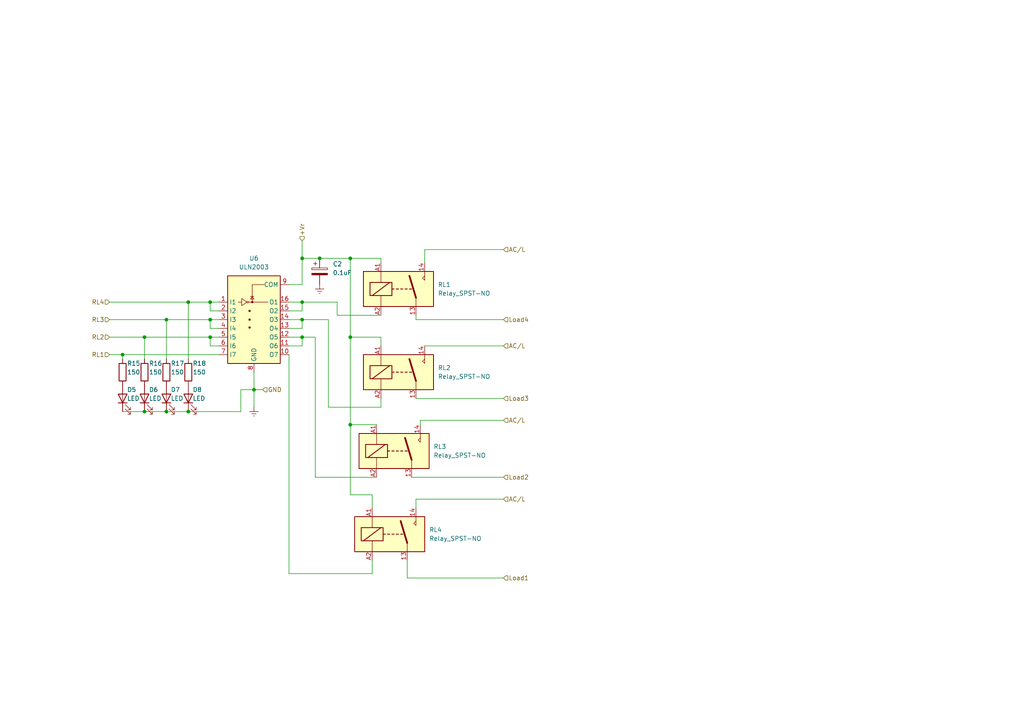
<source format=kicad_sch>
(kicad_sch (version 20230121) (generator eeschema)
  (paper "A4")
  (lib_symbols
    (symbol "Device:C_Polarized" (pin_numbers hide) (pin_names (offset 0.254))
      (property "Reference" "C" (at 0.635 2.54 0))
      (property "Value" "C_Polarized" (at 0.635 -2.54 0))
      (symbol "C_Polarized_0_1"
        (rectangle (start -2.286 0.508) (end 2.286 1.016))
        (polyline (pts (xy -1.778 2.286) (xy -0.762 2.286)))
        (polyline (pts (xy -1.27 2.794) (xy -1.27 1.778)))
        (rectangle (start 2.286 -0.508) (end -2.286 -1.016) (fill (type outline)))
      )
      (symbol "C_Polarized_1_1"
        (pin passive line (at 0 3.81 270) (length 2.794) (name "~") (number "1"))
        (pin passive line (at 0 -3.81 90) (length 2.794) (name "~") (number "2"))
      )
    )
    (symbol "Device:LED" (pin_numbers hide) (pin_names (offset 1.016) hide)
      (property "Reference" "D" (at 0 2.54 0))
      (property "Value" "LED" (at 0 -2.54 0))
      (symbol "LED_0_1"
        (polyline (pts (xy -1.27 -1.27) (xy -1.27 1.27)) (stroke (width 0.254)))
        (polyline (pts (xy -1.27 0) (xy 1.27 0)))
        (polyline (pts (xy 1.27 -1.27) (xy 1.27 1.27) (xy -1.27 0) (xy 1.27 -1.27)) (stroke (width 0.254)))
        (polyline (pts (xy -3.048 -0.762) (xy -4.572 -2.286) (xy -3.81 -2.286) (xy -4.572 -2.286) (xy -4.572 -1.524)))
        (polyline (pts (xy -1.778 -0.762) (xy -3.302 -2.286) (xy -2.54 -2.286) (xy -3.302 -2.286) (xy -3.302 -1.524)))
      )
      (symbol "LED_1_1"
        (pin passive line (at -3.81 0 0) (length 2.54) (name "K") (number "1"))
        (pin passive line (at 3.81 0 180) (length 2.54) (name "A") (number "2"))
      )
    )
    (symbol "Device:R" (pin_numbers hide) (pin_names (offset 0))
      (property "Reference" "R" (at 2.032 0 90))
      (property "Value" "R" (at 0 0 90))
      (symbol "R_0_1"
        (rectangle (start -1.016 -2.54) (end 1.016 2.54) (stroke (width 0.254)))
      )
      (symbol "R_1_1"
        (pin passive line (at 0 3.81 270) (length 1.27) (name "~") (number "1"))
        (pin passive line (at 0 -3.81 90) (length 1.27) (name "~") (number "2"))
      )
    )
    (symbol "Relay:Relay_SPST-NO"
      (property "Reference" "K" (at 11.43 3.81 0))
      (property "Value" "Relay_SPST-NO" (at 11.43 1.27 0))
      (symbol "Relay_SPST-NO_0_0"
        (polyline (pts (xy 7.62 5.08) (xy 7.62 2.54) (xy 6.985 3.175) (xy 7.62 3.81)))
      )
      (symbol "Relay_SPST-NO_0_1"
        (rectangle (start -10.16 5.08) (end 10.16 -5.08) (stroke (width 0.254)) (fill (type background)))
        (rectangle (start -8.255 1.905) (end -1.905 -1.905) (stroke (width 0.254)))
        (polyline (pts (xy -7.62 -1.905) (xy -2.54 1.905)) (stroke (width 0.254)))
        (polyline (pts (xy -5.08 -5.08) (xy -5.08 -1.905)))
        (polyline (pts (xy -5.08 5.08) (xy -5.08 1.905)))
        (polyline (pts (xy -1.905 0) (xy -1.27 0)) (stroke (width 0.254)))
        (polyline (pts (xy -0.635 0) (xy 0 0)) (stroke (width 0.254)))
        (polyline (pts (xy 0.635 0) (xy 1.27 0)) (stroke (width 0.254)))
        (polyline (pts (xy 1.905 0) (xy 2.54 0)) (stroke (width 0.254)))
        (polyline (pts (xy 3.175 0) (xy 3.81 0)) (stroke (width 0.254)))
        (polyline (pts (xy 5.08 -2.54) (xy 3.175 3.81)) (stroke (width 0.508)))
        (polyline (pts (xy 5.08 -2.54) (xy 5.08 -5.08)))
      )
      (symbol "Relay_SPST-NO_1_1"
        (pin passive line (at 5.08 -7.62 90) (length 2.54) (name "~") (number "13"))
        (pin passive line (at 7.62 7.62 270) (length 2.54) (name "~") (number "14"))
        (pin passive line (at -5.08 7.62 270) (length 2.54) (name "~") (number "A1"))
        (pin passive line (at -5.08 -7.62 90) (length 2.54) (name "~") (number "A2"))
      )
    )
    (symbol "Transistor_Array:ULN2003"
      (property "Reference" "U" (at 0 15.875 0))
      (property "Value" "ULN2003" (at 0 13.97 0))
      (symbol "ULN2003_0_1"
        (rectangle (start -7.62 -12.7) (end 7.62 12.7) (stroke (width 0.254)) (fill (type background)))
        (circle (center -1.778 5.08) (radius 0.254))
        (circle (center -1.27 -2.286) (radius 0.254) (fill (type outline)))
        (circle (center -1.27 0) (radius 0.254) (fill (type outline)))
        (circle (center -1.27 2.54) (radius 0.254) (fill (type outline)))
        (circle (center -0.508 5.08) (radius 0.254) (fill (type outline)))
        (polyline (pts (xy -4.572 5.08) (xy -3.556 5.08)))
        (polyline (pts (xy -1.524 5.08) (xy 4.064 5.08)))
        (polyline (pts (xy 0 6.731) (xy -1.016 6.731)))
        (polyline (pts (xy -0.508 5.08) (xy -0.508 10.16) (xy 2.921 10.16)))
        (polyline (pts (xy -3.556 6.096) (xy -3.556 4.064) (xy -2.032 5.08) (xy -3.556 6.096)))
        (polyline (pts (xy 0 5.969) (xy -1.016 5.969) (xy -0.508 6.731) (xy 0 5.969)))
      )
      (symbol "ULN2003_1_1"
        (pin input line (at -10.16 5.08 0) (length 2.54) (name "I1") (number "1"))
        (pin open_collector line (at 10.16 -10.16 180) (length 2.54) (name "O7") (number "10"))
        (pin open_collector line (at 10.16 -7.62 180) (length 2.54) (name "O6") (number "11"))
        (pin open_collector line (at 10.16 -5.08 180) (length 2.54) (name "O5") (number "12"))
        (pin open_collector line (at 10.16 -2.54 180) (length 2.54) (name "O4") (number "13"))
        (pin open_collector line (at 10.16 0 180) (length 2.54) (name "O3") (number "14"))
        (pin open_collector line (at 10.16 2.54 180) (length 2.54) (name "O2") (number "15"))
        (pin open_collector line (at 10.16 5.08 180) (length 2.54) (name "O1") (number "16"))
        (pin input line (at -10.16 2.54 0) (length 2.54) (name "I2") (number "2"))
        (pin input line (at -10.16 0 0) (length 2.54) (name "I3") (number "3"))
        (pin input line (at -10.16 -2.54 0) (length 2.54) (name "I4") (number "4"))
        (pin input line (at -10.16 -5.08 0) (length 2.54) (name "I5") (number "5"))
        (pin input line (at -10.16 -7.62 0) (length 2.54) (name "I6") (number "6"))
        (pin input line (at -10.16 -10.16 0) (length 2.54) (name "I7") (number "7"))
        (pin power_in line (at 0 -15.24 90) (length 2.54) (name "GND") (number "8"))
        (pin passive line (at 10.16 10.16 180) (length 2.54) (name "COM") (number "9"))
      )
    )
    (symbol "power:Earth" (power) (pin_names (offset 0))
      (symbol "Earth_0_1"
        (polyline (pts (xy -0.635 -1.905) (xy 0.635 -1.905)))
        (polyline (pts (xy -0.127 -2.54) (xy 0.127 -2.54)))
        (polyline (pts (xy 0 -1.27) (xy 0 0)))
        (polyline (pts (xy 1.27 -1.27) (xy -1.27 -1.27)))
      )
      (symbol "Earth_1_1"
        (pin power_in line (at 0 0 270) (length 0) hide (name "Earth") (number "1"))
      )
    )
  )
  (junction (at 60.96 97.79))
  (junction (at 101.6 123.19))
  (junction (at 87.63 97.79))
  (junction (at 41.91 97.79))
  (junction (at 87.63 74.93))
  (junction (at 54.61 119.38))
  (junction (at 92.71 74.93))
  (junction (at 101.6 97.79))
  (junction (at 60.96 87.63))
  (junction (at 48.26 119.38))
  (junction (at 73.66 113.03))
  (junction (at 48.26 92.71))
  (junction (at 87.63 87.63))
  (junction (at 87.63 92.71))
  (junction (at 41.91 119.38))
  (junction (at 35.56 102.87))
  (junction (at 60.96 92.71))
  (junction (at 54.61 87.63))
  (junction (at 101.6 74.93))
  (wire (pts (xy 83.82 102.87) (xy 83.82 166.37)))
  (wire (pts (xy 48.26 92.71) (xy 48.26 104.14)))
  (wire (pts (xy 95.25 92.71) (xy 87.63 92.71)))
  (wire (pts (xy 73.66 113.03) (xy 69.85 113.03)))
  (wire (pts (xy 87.63 74.93) (xy 92.71 74.93)))
  (wire (pts (xy 110.49 100.33) (xy 110.49 97.79)))
  (wire (pts (xy 95.25 118.11) (xy 95.25 92.71)))
  (wire (pts (xy 48.26 92.71) (xy 60.96 92.71)))
  (wire (pts (xy 121.92 121.92) (xy 146.05 121.92)))
  (wire (pts (xy 101.6 97.79) (xy 101.6 123.19)))
  (wire (pts (xy 123.19 72.39) (xy 123.19 76.2)))
  (wire (pts (xy 87.63 100.33) (xy 87.63 97.79)))
  (wire (pts (xy 76.2 113.03) (xy 73.66 113.03)))
  (wire (pts (xy 146.05 144.78) (xy 120.65 144.78)))
  (wire (pts (xy 101.6 97.79) (xy 110.49 97.79)))
  (wire (pts (xy 60.96 87.63) (xy 63.5 87.63)))
  (wire (pts (xy 73.66 113.03) (xy 73.66 118.11)))
  (wire (pts (xy 83.82 166.37) (xy 107.95 166.37)))
  (wire (pts (xy 118.11 167.64) (xy 146.05 167.64)))
  (wire (pts (xy 121.92 121.92) (xy 121.92 123.19)))
  (wire (pts (xy 123.19 72.39) (xy 146.05 72.39)))
  (wire (pts (xy 41.91 97.79) (xy 41.91 104.14)))
  (wire (pts (xy 120.65 115.57) (xy 146.05 115.57)))
  (wire (pts (xy 31.75 102.87) (xy 35.56 102.87)))
  (wire (pts (xy 120.65 92.71) (xy 146.05 92.71)))
  (wire (pts (xy 83.82 100.33) (xy 87.63 100.33)))
  (wire (pts (xy 63.5 95.25) (xy 60.96 95.25)))
  (wire (pts (xy 31.75 87.63) (xy 54.61 87.63)))
  (wire (pts (xy 41.91 97.79) (xy 60.96 97.79)))
  (wire (pts (xy 41.91 119.38) (xy 48.26 119.38)))
  (wire (pts (xy 120.65 144.78) (xy 120.65 147.32)))
  (wire (pts (xy 97.79 91.44) (xy 110.49 91.44)))
  (wire (pts (xy 120.65 92.71) (xy 120.65 91.44)))
  (wire (pts (xy 63.5 90.17) (xy 60.96 90.17)))
  (wire (pts (xy 31.75 97.79) (xy 41.91 97.79)))
  (wire (pts (xy 91.44 97.79) (xy 87.63 97.79)))
  (wire (pts (xy 107.95 147.32) (xy 107.95 143.51)))
  (wire (pts (xy 54.61 87.63) (xy 60.96 87.63)))
  (wire (pts (xy 101.6 123.19) (xy 109.22 123.19)))
  (wire (pts (xy 110.49 74.93) (xy 110.49 76.2)))
  (wire (pts (xy 83.82 90.17) (xy 87.63 90.17)))
  (wire (pts (xy 83.82 95.25) (xy 87.63 95.25)))
  (wire (pts (xy 91.44 138.43) (xy 109.22 138.43)))
  (wire (pts (xy 35.56 102.87) (xy 63.5 102.87)))
  (wire (pts (xy 110.49 115.57) (xy 110.49 118.11)))
  (wire (pts (xy 118.11 162.56) (xy 118.11 167.64)))
  (wire (pts (xy 60.96 95.25) (xy 60.96 92.71)))
  (wire (pts (xy 97.79 87.63) (xy 87.63 87.63)))
  (wire (pts (xy 87.63 97.79) (xy 83.82 97.79)))
  (wire (pts (xy 87.63 87.63) (xy 83.82 87.63)))
  (wire (pts (xy 123.19 100.33) (xy 146.05 100.33)))
  (wire (pts (xy 107.95 166.37) (xy 107.95 162.56)))
  (wire (pts (xy 60.96 90.17) (xy 60.96 87.63)))
  (wire (pts (xy 87.63 95.25) (xy 87.63 92.71)))
  (wire (pts (xy 95.25 118.11) (xy 110.49 118.11)))
  (wire (pts (xy 87.63 69.85) (xy 87.63 74.93)))
  (wire (pts (xy 101.6 74.93) (xy 110.49 74.93)))
  (wire (pts (xy 63.5 100.33) (xy 60.96 100.33)))
  (wire (pts (xy 60.96 92.71) (xy 63.5 92.71)))
  (wire (pts (xy 101.6 74.93) (xy 101.6 97.79)))
  (wire (pts (xy 73.66 107.95) (xy 73.66 113.03)))
  (wire (pts (xy 87.63 92.71) (xy 83.82 92.71)))
  (wire (pts (xy 91.44 138.43) (xy 91.44 97.79)))
  (wire (pts (xy 35.56 119.38) (xy 41.91 119.38)))
  (wire (pts (xy 69.85 119.38) (xy 69.85 113.03)))
  (wire (pts (xy 31.75 92.71) (xy 48.26 92.71)))
  (wire (pts (xy 87.63 90.17) (xy 87.63 87.63)))
  (wire (pts (xy 48.26 119.38) (xy 54.61 119.38)))
  (wire (pts (xy 35.56 104.14) (xy 35.56 102.87)))
  (wire (pts (xy 60.96 100.33) (xy 60.96 97.79)))
  (wire (pts (xy 92.71 74.93) (xy 101.6 74.93)))
  (wire (pts (xy 101.6 143.51) (xy 101.6 123.19)))
  (wire (pts (xy 83.82 82.55) (xy 87.63 82.55)))
  (wire (pts (xy 87.63 74.93) (xy 87.63 82.55)))
  (wire (pts (xy 60.96 97.79) (xy 63.5 97.79)))
  (wire (pts (xy 107.95 143.51) (xy 101.6 143.51)))
  (wire (pts (xy 97.79 91.44) (xy 97.79 87.63)))
  (wire (pts (xy 119.38 138.43) (xy 146.05 138.43)))
  (wire (pts (xy 54.61 119.38) (xy 69.85 119.38)))
  (wire (pts (xy 54.61 87.63) (xy 54.61 104.14)))
  (hierarchical_label "RL3" (shape input) (at 31.75 92.71 180))
  (hierarchical_label "RL4" (shape input) (at 31.75 87.63 180))
  (hierarchical_label "AC{slash}L" (shape input) (at 146.05 121.92 0))
  (hierarchical_label "Load1" (shape input) (at 146.05 167.64 0))
  (hierarchical_label "AC{slash}L" (shape input) (at 146.05 144.78 0))
  (hierarchical_label "AC{slash}L" (shape input) (at 146.05 72.39 0))
  (hierarchical_label "Load2" (shape input) (at 146.05 138.43 0))
  (hierarchical_label "RL2" (shape input) (at 31.75 97.79 180))
  (hierarchical_label "Load4" (shape input) (at 146.05 92.71 0))
  (hierarchical_label "RL1" (shape input) (at 31.75 102.87 180))
  (hierarchical_label "AC{slash}L" (shape input) (at 146.05 100.33 0))
  (hierarchical_label "Load3" (shape input) (at 146.05 115.57 0))
  (hierarchical_label "+Vr" (shape input) (at 87.63 69.85 90))
  (hierarchical_label "GND" (shape input) (at 76.2 113.03 0))
  (symbol (lib_id "Device:LED") (at 35.56 115.57 90) (unit 1)
    (property "Reference" "D5" (at 36.83 113.03 90) (effects (justify right)))
    (property "Value" "LED" (at 36.83 115.57 90) (effects (justify right)))
    (property "Footprint" "LED_SMD:LED_0805_2012Metric_Pad1.15x1.40mm_HandSolder" (effects hide))
  )
  (symbol (lib_id "Device:R") (at 41.91 107.95 0) (unit 1)
    (property "Reference" "R16" (at 43.18 105.41 0) (effects (justify left)))
    (property "Value" "150" (at 43.18 107.95 0) (effects (justify left)))
    (property "Footprint" "Resistor_SMD:R_0805_2012Metric_Pad1.20x1.40mm_HandSolder" (effects hide))
  )
  (symbol (lib_id "Device:LED") (at 41.91 115.57 90) (unit 1)
    (property "Reference" "D6" (at 43.18 113.03 90) (effects (justify right)))
    (property "Value" "LED" (at 43.18 115.57 90) (effects (justify right)))
    (property "Footprint" "LED_SMD:LED_0805_2012Metric_Pad1.15x1.40mm_HandSolder" (effects hide))
  )
  (symbol (lib_id "power:Earth") (at 73.66 118.11 0) (unit 1)
    (property "Reference" "#PWR013" (effects hide))
    (property "Value" "Earth" (effects hide))
    (instances (project "ACSensor-4N-ESP32" (path "" (reference "#PWR013") (unit 1))) (project "WemosD1Mini-8266" (path "" (reference "#PWR014") (unit 1))))
  )
  (symbol (lib_id "Device:R") (at 35.56 107.95 0) (unit 1)
    (property "Reference" "R15" (at 36.83 105.41 0) (effects (justify left)))
    (property "Value" "150" (at 36.83 107.95 0) (effects (justify left)))
    (property "Footprint" "Resistor_SMD:R_0805_2012Metric_Pad1.20x1.40mm_HandSolder" (effects hide))
  )
  (symbol (lib_id "Relay:Relay_SPST-NO") (at 114.3 130.81 0) (unit 1)
    (property "Reference" "RL3" (at 125.73 129.54 0) (effects (justify left)))
    (property "Value" "Relay_SPST-NO" (at 125.73 132.08 0) (effects (justify left)))
    (property "Footprint" "Relay_Hongfa:Relay_THT_Hongfa HF46F SPST" (effects hide))
  )
  (symbol (lib_id "Transistor_Array:ULN2003") (at 73.66 92.71 0) (unit 1)
    (property "Reference" "U6" (at 73.66 74.93 0))
    (property "Value" "ULN2003" (at 73.66 77.47 0))
    (property "Footprint" "Package_SO:SOP-16_4.4x10.4mm_P1.27mm" (effects hide))
    (property "Datasheet" "http://www.ti.com/lit/ds/symlink/uln2003a.pdf" (effects hide))
  )
  (symbol (lib_id "Device:C_Polarized") (at 92.71 78.74 0) (unit 1)
    (property "Reference" "C2" (at 96.52 76.581 0) (effects (justify left)))
    (property "Value" "0.1uF" (at 96.52 79.121 0) (effects (justify left)))
    (property "Footprint" "Capacitor_SMD:C_1206_3216Metric_Pad1.33x1.80mm_HandSolder" (effects hide))
  )
  (symbol (lib_id "Relay:Relay_SPST-NO") (at 115.57 83.82 0) (unit 1)
    (property "Reference" "RL1" (at 127 82.55 0) (effects (justify left)))
    (property "Value" "Relay_SPST-NO" (at 127 85.09 0) (effects (justify left)))
    (property "Footprint" "Relay_Hongfa:Relay_THT_Hongfa HF46F SPST" (effects hide))
  )
  (symbol (lib_id "Device:LED") (at 54.61 115.57 90) (unit 1)
    (property "Reference" "D8" (at 55.88 113.03 90) (effects (justify right)))
    (property "Value" "LED" (at 55.88 115.57 90) (effects (justify right)))
    (property "Footprint" "LED_SMD:LED_0805_2012Metric_Pad1.15x1.40mm_HandSolder" (effects hide))
  )
  (symbol (lib_id "Device:R") (at 48.26 107.95 0) (unit 1)
    (property "Reference" "R17" (at 49.53 105.41 0) (effects (justify left)))
    (property "Value" "150" (at 49.53 107.95 0) (effects (justify left)))
    (property "Footprint" "Resistor_SMD:R_0805_2012Metric_Pad1.20x1.40mm_HandSolder" (effects hide))
  )
  (symbol (lib_id "Relay:Relay_SPST-NO") (at 113.03 154.94 0) (unit 1)
    (property "Reference" "RL4" (at 124.46 153.67 0) (effects (justify left)))
    (property "Value" "Relay_SPST-NO" (at 124.46 156.21 0) (effects (justify left)))
    (property "Footprint" "Relay_Hongfa:Relay_THT_Hongfa HF46F SPST" (effects hide))
  )
  (symbol (lib_id "Relay:Relay_SPST-NO") (at 115.57 107.95 0) (unit 1)
    (property "Reference" "RL2" (at 127 106.68 0) (effects (justify left)))
    (property "Value" "Relay_SPST-NO" (at 127 109.22 0) (effects (justify left)))
    (property "Footprint" "Relay_Hongfa:Relay_THT_Hongfa HF46F SPST" (effects hide))
  )
  (symbol (lib_id "Device:LED") (at 48.26 115.57 90) (unit 1)
    (property "Reference" "D7" (at 49.53 113.03 90) (effects (justify right)))
    (property "Value" "LED" (at 49.53 115.57 90) (effects (justify right)))
    (property "Footprint" "LED_SMD:LED_0805_2012Metric_Pad1.15x1.40mm_HandSolder" (effects hide))
  )
  (symbol (lib_id "power:Earth") (at 92.71 82.55 0) (unit 1)
    (property "Reference" "#PWR013" (effects hide))
    (property "Value" "Earth" (effects hide))
    (instances (project "ACSensor-4N-ESP32" (path "" (reference "#PWR013") (unit 1))) (project "WemosD1Mini-8266" (path "" (reference "#PWR09") (unit 1))))
  )
  (symbol (lib_id "Device:R") (at 54.61 107.95 0) (unit 1)
    (property "Reference" "R18" (at 55.88 105.41 0) (effects (justify left)))
    (property "Value" "150" (at 55.88 107.95 0) (effects (justify left)))
    (property "Footprint" "Resistor_SMD:R_0805_2012Metric_Pad1.20x1.40mm_HandSolder" (effects hide))
  )
)
</source>
